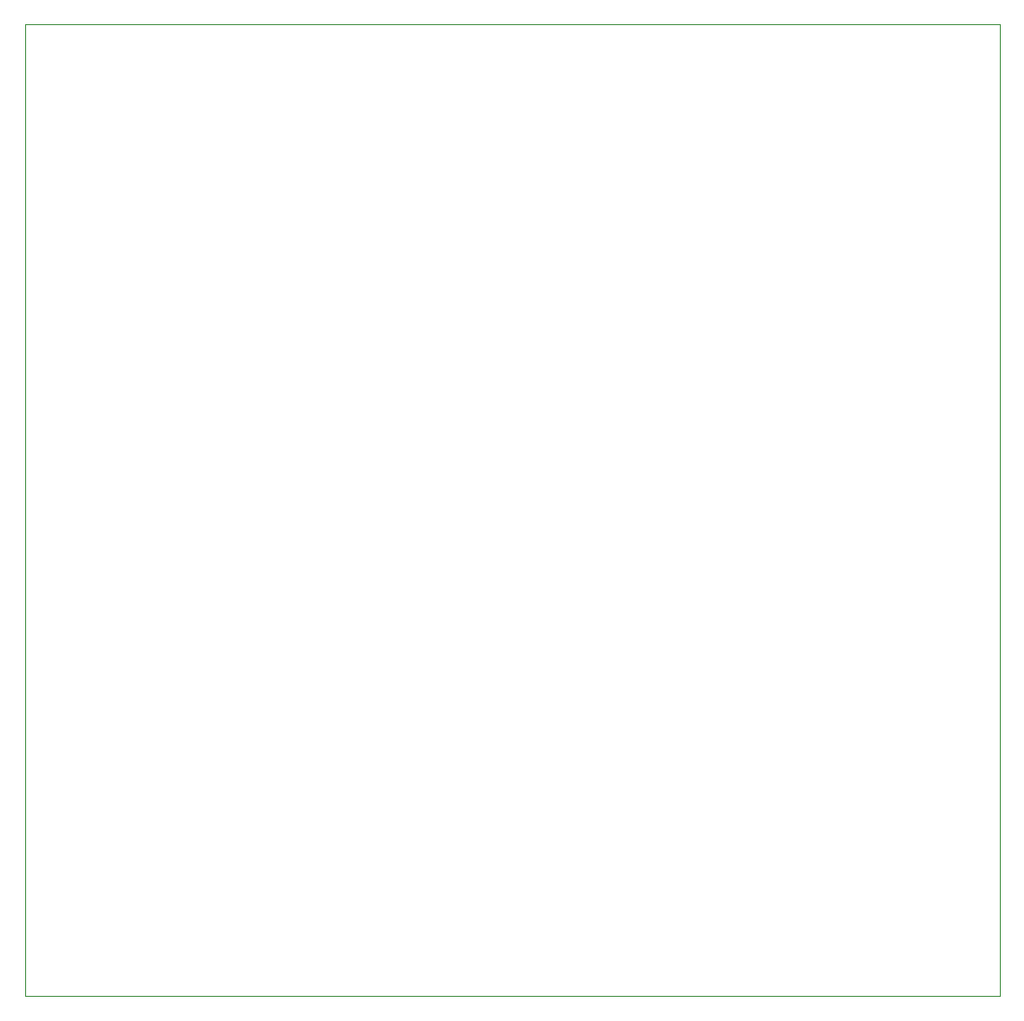
<source format=gm1>
%TF.GenerationSoftware,KiCad,Pcbnew,7.0.7*%
%TF.CreationDate,2023-11-09T13:19:11-08:00*%
%TF.ProjectId,Balance_Bot,42616c61-6e63-4655-9f42-6f742e6b6963,rev?*%
%TF.SameCoordinates,Original*%
%TF.FileFunction,Profile,NP*%
%FSLAX46Y46*%
G04 Gerber Fmt 4.6, Leading zero omitted, Abs format (unit mm)*
G04 Created by KiCad (PCBNEW 7.0.7) date 2023-11-09 13:19:11*
%MOMM*%
%LPD*%
G01*
G04 APERTURE LIST*
%TA.AperFunction,Profile*%
%ADD10C,0.100000*%
%TD*%
G04 APERTURE END LIST*
D10*
X119517000Y-61021000D02*
X204851000Y-61021000D01*
X204851000Y-146111000D01*
X119517000Y-146111000D01*
X119517000Y-61021000D01*
M02*

</source>
